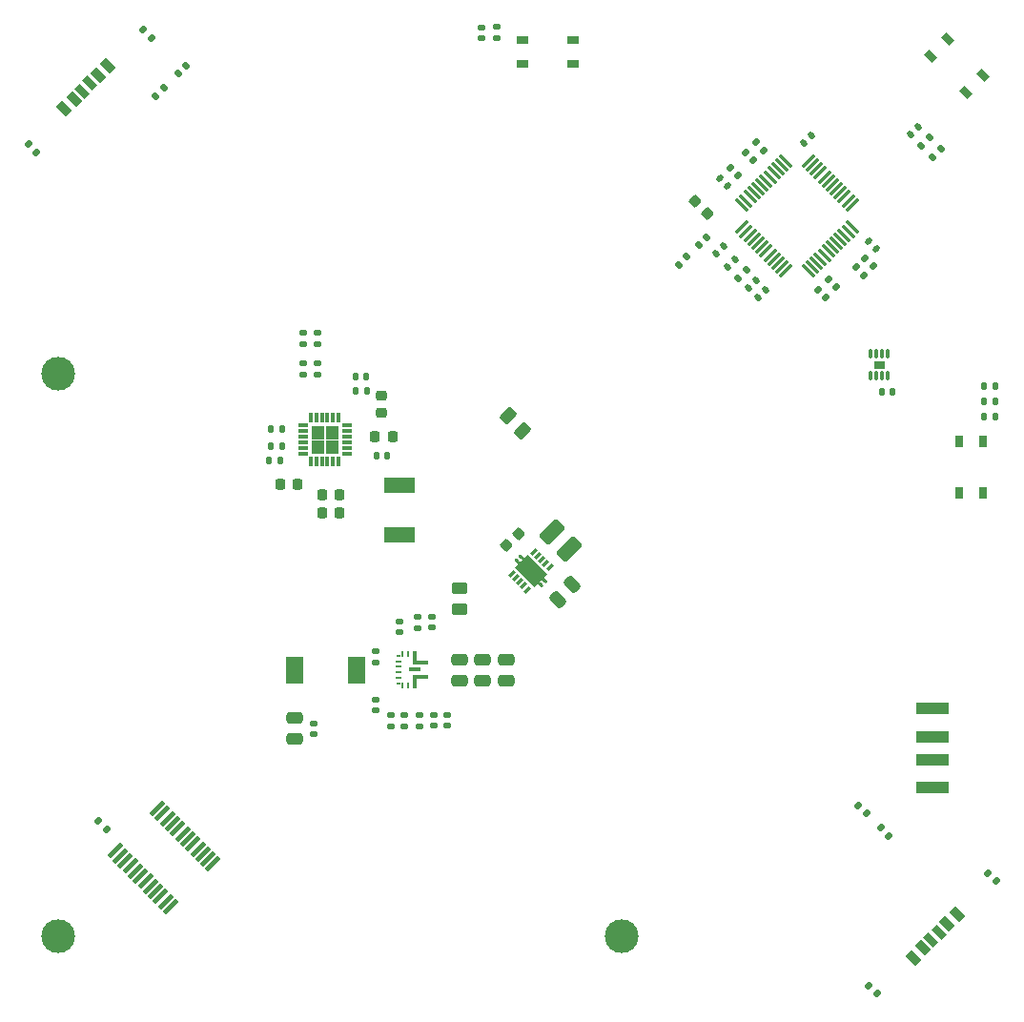
<source format=gbr>
%TF.GenerationSoftware,KiCad,Pcbnew,7.0.10*%
%TF.CreationDate,2025-08-26T16:00:25+02:00*%
%TF.ProjectId,BQ2xxxx,42513278-7878-4782-9e6b-696361645f70,rev?*%
%TF.SameCoordinates,Original*%
%TF.FileFunction,Paste,Top*%
%TF.FilePolarity,Positive*%
%FSLAX46Y46*%
G04 Gerber Fmt 4.6, Leading zero omitted, Abs format (unit mm)*
G04 Created by KiCad (PCBNEW 7.0.10) date 2025-08-26 16:00:25*
%MOMM*%
%LPD*%
G01*
G04 APERTURE LIST*
G04 Aperture macros list*
%AMRoundRect*
0 Rectangle with rounded corners*
0 $1 Rounding radius*
0 $2 $3 $4 $5 $6 $7 $8 $9 X,Y pos of 4 corners*
0 Add a 4 corners polygon primitive as box body*
4,1,4,$2,$3,$4,$5,$6,$7,$8,$9,$2,$3,0*
0 Add four circle primitives for the rounded corners*
1,1,$1+$1,$2,$3*
1,1,$1+$1,$4,$5*
1,1,$1+$1,$6,$7*
1,1,$1+$1,$8,$9*
0 Add four rect primitives between the rounded corners*
20,1,$1+$1,$2,$3,$4,$5,0*
20,1,$1+$1,$4,$5,$6,$7,0*
20,1,$1+$1,$6,$7,$8,$9,0*
20,1,$1+$1,$8,$9,$2,$3,0*%
%AMRotRect*
0 Rectangle, with rotation*
0 The origin of the aperture is its center*
0 $1 length*
0 $2 width*
0 $3 Rotation angle, in degrees counterclockwise*
0 Add horizontal line*
21,1,$1,$2,0,0,$3*%
%AMFreePoly0*
4,1,21,-0.125000,1.200000,0.125000,1.200000,0.125000,1.700000,0.375001,1.700000,0.375000,1.200000,0.825000,1.200000,0.825000,-1.200000,0.375000,-1.200000,0.375001,-1.700000,0.125000,-1.700000,0.125000,-1.200000,-0.125000,-1.200000,-0.125000,-1.700000,-0.375001,-1.700000,-0.375000,-1.200000,-0.825000,-1.200000,-0.825000,1.200000,-0.375000,1.200000,-0.375001,1.700000,-0.125000,1.700000,
-0.125000,1.200000,-0.125000,1.200000,$1*%
G04 Aperture macros list end*
%ADD10C,0.010000*%
%ADD11RoundRect,0.135000X-0.035355X0.226274X-0.226274X0.035355X0.035355X-0.226274X0.226274X-0.035355X0*%
%ADD12RoundRect,0.140000X-0.170000X0.140000X-0.170000X-0.140000X0.170000X-0.140000X0.170000X0.140000X0*%
%ADD13RoundRect,0.135000X0.135000X0.185000X-0.135000X0.185000X-0.135000X-0.185000X0.135000X-0.185000X0*%
%ADD14R,2.794000X1.320800*%
%ADD15RoundRect,0.135000X-0.226274X-0.035355X-0.035355X-0.226274X0.226274X0.035355X0.035355X0.226274X0*%
%ADD16RoundRect,0.140000X-0.219203X-0.021213X-0.021213X-0.219203X0.219203X0.021213X0.021213X0.219203X0*%
%ADD17RoundRect,0.135000X0.185000X-0.135000X0.185000X0.135000X-0.185000X0.135000X-0.185000X-0.135000X0*%
%ADD18RoundRect,0.250000X-0.475000X0.250000X-0.475000X-0.250000X0.475000X-0.250000X0.475000X0.250000X0*%
%ADD19C,3.000000*%
%ADD20RoundRect,0.140000X-0.021213X0.219203X-0.219203X0.021213X0.021213X-0.219203X0.219203X-0.021213X0*%
%ADD21RotRect,1.600000X0.410000X225.000000*%
%ADD22RoundRect,0.147500X0.172500X-0.147500X0.172500X0.147500X-0.172500X0.147500X-0.172500X-0.147500X0*%
%ADD23RoundRect,0.075000X-0.415425X-0.521491X0.521491X0.415425X0.415425X0.521491X-0.521491X-0.415425X0*%
%ADD24RoundRect,0.075000X0.415425X-0.521491X0.521491X-0.415425X-0.415425X0.521491X-0.521491X0.415425X0*%
%ADD25RoundRect,0.135000X0.226274X0.035355X0.035355X0.226274X-0.226274X-0.035355X-0.035355X-0.226274X0*%
%ADD26RoundRect,0.140000X0.021213X-0.219203X0.219203X-0.021213X-0.021213X0.219203X-0.219203X0.021213X0*%
%ADD27RoundRect,0.140000X-0.140000X-0.170000X0.140000X-0.170000X0.140000X0.170000X-0.140000X0.170000X0*%
%ADD28RoundRect,0.225000X-0.017678X0.335876X-0.335876X0.017678X0.017678X-0.335876X0.335876X-0.017678X0*%
%ADD29RoundRect,0.250000X-0.159099X0.512652X-0.512652X0.159099X0.159099X-0.512652X0.512652X-0.159099X0*%
%ADD30RoundRect,0.032500X-0.097500X0.387500X-0.097500X-0.387500X0.097500X-0.387500X0.097500X0.387500X0*%
%ADD31RoundRect,0.032500X-0.387500X0.097500X-0.387500X-0.097500X0.387500X-0.097500X0.387500X0.097500X0*%
%ADD32RoundRect,0.033750X-0.396250X0.101250X-0.396250X-0.101250X0.396250X-0.101250X0.396250X0.101250X0*%
%ADD33RoundRect,0.140000X0.219203X0.021213X0.021213X0.219203X-0.219203X-0.021213X-0.021213X-0.219203X0*%
%ADD34R,1.500000X2.400000*%
%ADD35RoundRect,0.225000X0.335876X0.017678X0.017678X0.335876X-0.335876X-0.017678X-0.017678X-0.335876X0*%
%ADD36R,0.700000X1.000000*%
%ADD37RoundRect,0.147500X-0.226274X-0.017678X-0.017678X-0.226274X0.226274X0.017678X0.017678X0.226274X0*%
%ADD38R,2.880000X1.120000*%
%ADD39RoundRect,0.225000X-0.225000X-0.250000X0.225000X-0.250000X0.225000X0.250000X-0.225000X0.250000X0*%
%ADD40RoundRect,0.250000X-0.450000X0.262500X-0.450000X-0.262500X0.450000X-0.262500X0.450000X0.262500X0*%
%ADD41RoundRect,0.250000X0.475000X-0.250000X0.475000X0.250000X-0.475000X0.250000X-0.475000X-0.250000X0*%
%ADD42RoundRect,0.140000X0.170000X-0.140000X0.170000X0.140000X-0.170000X0.140000X-0.170000X-0.140000X0*%
%ADD43RoundRect,0.033750X0.101250X-0.346250X0.101250X0.346250X-0.101250X0.346250X-0.101250X-0.346250X0*%
%ADD44RotRect,0.700000X1.000000X225.000000*%
%ADD45RotRect,0.700000X1.200000X225.000000*%
%ADD46RotRect,0.760000X1.200000X225.000000*%
%ADD47RotRect,0.800000X1.200000X225.000000*%
%ADD48RoundRect,0.147500X-0.017678X0.226274X-0.226274X0.017678X0.017678X-0.226274X0.226274X-0.017678X0*%
%ADD49RoundRect,0.225000X0.250000X-0.225000X0.250000X0.225000X-0.250000X0.225000X-0.250000X-0.225000X0*%
%ADD50RoundRect,0.135000X-0.185000X0.135000X-0.185000X-0.135000X0.185000X-0.135000X0.185000X0.135000X0*%
%ADD51R,1.000000X0.700000*%
%ADD52RoundRect,0.135000X0.035355X-0.226274X0.226274X-0.035355X-0.035355X0.226274X-0.226274X0.035355X0*%
%ADD53RoundRect,0.225000X0.225000X0.250000X-0.225000X0.250000X-0.225000X-0.250000X0.225000X-0.250000X0*%
%ADD54RoundRect,0.025000X-0.031820X0.173241X-0.173241X0.031820X0.031820X-0.173241X0.173241X-0.031820X0*%
%ADD55RoundRect,0.106000X0.155563X0.755190X-0.755190X-0.155563X-0.155563X-0.755190X0.755190X0.155563X0*%
%ADD56RotRect,0.600000X0.240000X225.000000*%
%ADD57FreePoly0,225.000000*%
%ADD58RoundRect,0.140000X0.140000X0.170000X-0.140000X0.170000X-0.140000X-0.170000X0.140000X-0.170000X0*%
%ADD59RoundRect,0.250000X-0.503814X-0.132583X-0.132583X-0.503814X0.503814X0.132583X0.132583X0.503814X0*%
%ADD60RotRect,0.700000X1.200000X45.000000*%
%ADD61RotRect,0.760000X1.200000X45.000000*%
%ADD62RotRect,0.800000X1.200000X45.000000*%
%ADD63RoundRect,0.250000X0.866206X0.335876X0.335876X0.866206X-0.866206X-0.335876X-0.335876X-0.866206X0*%
%ADD64R,0.250000X0.575000*%
%ADD65R,0.250000X0.550000*%
%ADD66R,0.400000X1.250000*%
%ADD67R,1.000000X0.400000*%
%ADD68R,0.550000X0.250000*%
%ADD69R,0.450000X0.225000*%
%ADD70R,1.050000X0.400000*%
G04 APERTURE END LIST*
%TO.C,U2*%
D10*
X49630000Y-58355001D02*
X48550000Y-58355001D01*
X48550000Y-57275001D01*
X49630000Y-57275001D01*
X49630000Y-58355001D01*
G36*
X49630000Y-58355001D02*
G01*
X48550000Y-58355001D01*
X48550000Y-57275001D01*
X49630000Y-57275001D01*
X49630000Y-58355001D01*
G37*
X48350000Y-58355001D02*
X47270000Y-58355001D01*
X47270000Y-57275001D01*
X48350000Y-57275001D01*
X48350000Y-58355001D01*
G36*
X48350000Y-58355001D02*
G01*
X47270000Y-58355001D01*
X47270000Y-57275001D01*
X48350000Y-57275001D01*
X48350000Y-58355001D01*
G37*
X49630000Y-59635001D02*
X48550000Y-59635001D01*
X48550000Y-58555001D01*
X49630000Y-58555001D01*
X49630000Y-59635001D01*
G36*
X49630000Y-59635001D02*
G01*
X48550000Y-59635001D01*
X48550000Y-58555001D01*
X49630000Y-58555001D01*
X49630000Y-59635001D01*
G37*
X48350000Y-59635001D02*
X47270000Y-59635001D01*
X47270000Y-58555001D01*
X48350000Y-58555001D01*
X48350000Y-59635001D01*
G36*
X48350000Y-59635001D02*
G01*
X47270000Y-59635001D01*
X47270000Y-58555001D01*
X48350000Y-58555001D01*
X48350000Y-59635001D01*
G37*
%TO.C,U1*%
X98110000Y-52080000D02*
X97290000Y-52080000D01*
X97290000Y-51520000D01*
X98110000Y-51520000D01*
X98110000Y-52080000D01*
G36*
X98110000Y-52080000D02*
G01*
X97290000Y-52080000D01*
X97290000Y-51520000D01*
X98110000Y-51520000D01*
X98110000Y-52080000D01*
G37*
%TD*%
D11*
%TO.C,R10*%
X103160624Y-32639378D03*
X102439376Y-33360626D03*
%TD*%
D12*
%TO.C,C26*%
X59300000Y-82889999D03*
X59300000Y-83849999D03*
%TD*%
D13*
%TO.C,R22*%
X108010000Y-55100000D03*
X106990000Y-55100000D03*
%TD*%
D14*
%TO.C,L3*%
X55105000Y-66914801D03*
X55105000Y-62495201D03*
%TD*%
D13*
%TO.C,R16*%
X44510000Y-60305000D03*
X43490000Y-60305000D03*
%TD*%
D15*
%TO.C,R3*%
X107339376Y-96939376D03*
X108060624Y-97660624D03*
%TD*%
D16*
%TO.C,C7*%
X96760589Y-40860589D03*
X97439411Y-41539411D03*
%TD*%
D17*
%TO.C,R29*%
X56700000Y-75210000D03*
X56700000Y-74190000D03*
%TD*%
D18*
%TO.C,C28*%
X62500000Y-77990000D03*
X62500000Y-79890000D03*
%TD*%
D19*
%TO.C,FID1*%
X24800000Y-102600000D03*
%TD*%
D15*
%TO.C,R4*%
X96751524Y-106933862D03*
X97472772Y-107655110D03*
%TD*%
D20*
%TO.C,C12*%
X86767971Y-44289152D03*
X86089149Y-44967974D03*
%TD*%
D21*
%TO.C,U6*%
X38533748Y-96166115D03*
X38084735Y-95717102D03*
X37635722Y-95268089D03*
X37186710Y-94819076D03*
X36737697Y-94370064D03*
X36288684Y-93921051D03*
X35839671Y-93472038D03*
X35390658Y-93023025D03*
X34941646Y-92574012D03*
X34492633Y-92125000D03*
X34043620Y-91675987D03*
X33594607Y-91226974D03*
X29840860Y-94980721D03*
X30289873Y-95429734D03*
X30738886Y-95878747D03*
X31187898Y-96327760D03*
X31636911Y-96776772D03*
X32085924Y-97225785D03*
X32534937Y-97674798D03*
X32983950Y-98123811D03*
X33432962Y-98572824D03*
X33881975Y-99021836D03*
X34330988Y-99470849D03*
X34780001Y-99919862D03*
%TD*%
D18*
%TO.C,C29*%
X64600000Y-77989999D03*
X64600000Y-79889999D03*
%TD*%
D22*
%TO.C,D3*%
X47805000Y-52675001D03*
X47805000Y-51705001D03*
%TD*%
D17*
%TO.C,R24*%
X54290000Y-83900000D03*
X54290000Y-82880000D03*
%TD*%
D23*
%TO.C,U5*%
X85512124Y-39598788D03*
X85865678Y-39952342D03*
X86219231Y-40305895D03*
X86572785Y-40659449D03*
X86926338Y-41013002D03*
X87279891Y-41366555D03*
X87633445Y-41720109D03*
X87986998Y-42073662D03*
X88340551Y-42427215D03*
X88694105Y-42780769D03*
X89047658Y-43134322D03*
X89401212Y-43487876D03*
D24*
X91398788Y-43487876D03*
X91752342Y-43134322D03*
X92105895Y-42780769D03*
X92459449Y-42427215D03*
X92813002Y-42073662D03*
X93166555Y-41720109D03*
X93520109Y-41366555D03*
X93873662Y-41013002D03*
X94227215Y-40659449D03*
X94580769Y-40305895D03*
X94934322Y-39952342D03*
X95287876Y-39598788D03*
D23*
X95287876Y-37601212D03*
X94934322Y-37247658D03*
X94580769Y-36894105D03*
X94227215Y-36540551D03*
X93873662Y-36186998D03*
X93520109Y-35833445D03*
X93166555Y-35479891D03*
X92813002Y-35126338D03*
X92459449Y-34772785D03*
X92105895Y-34419231D03*
X91752342Y-34065678D03*
X91398788Y-33712124D03*
D24*
X89401212Y-33712124D03*
X89047658Y-34065678D03*
X88694105Y-34419231D03*
X88340551Y-34772785D03*
X87986998Y-35126338D03*
X87633445Y-35479891D03*
X87279891Y-35833445D03*
X86926338Y-36186998D03*
X86572785Y-36540551D03*
X86219231Y-36894105D03*
X85865678Y-37247658D03*
X85512124Y-37601212D03*
%TD*%
D25*
%TO.C,R13*%
X92960624Y-45860624D03*
X92239376Y-45139376D03*
%TD*%
D26*
%TO.C,C8*%
X90999999Y-32139411D03*
X91678821Y-31460589D03*
%TD*%
D19*
%TO.C,FID3*%
X24800000Y-52600000D03*
%TD*%
D27*
%TO.C,C1*%
X97920000Y-54200000D03*
X98880000Y-54200000D03*
%TD*%
D28*
%TO.C,C3*%
X65663013Y-66789181D03*
X64566997Y-67885197D03*
%TD*%
D27*
%TO.C,C17*%
X53025000Y-59905001D03*
X53985000Y-59905001D03*
%TD*%
D29*
%TO.C,C4*%
X70453663Y-71332341D03*
X69110161Y-72675843D03*
%TD*%
D30*
%TO.C,U2*%
X49700000Y-56510001D03*
X49200000Y-56510001D03*
X48700000Y-56510001D03*
X48200000Y-56510001D03*
X47700000Y-56510001D03*
X47200000Y-56510001D03*
D31*
X46505000Y-57205001D03*
X46505000Y-57705001D03*
X46505000Y-58205001D03*
X46505000Y-58705001D03*
X46505000Y-59205001D03*
X46505000Y-59705001D03*
D30*
X47200000Y-60400001D03*
X47700000Y-60400001D03*
X48200000Y-60400001D03*
X48700000Y-60400001D03*
X49200000Y-60400001D03*
X49700000Y-60400001D03*
D32*
X50395000Y-59705001D03*
X50395000Y-59205001D03*
X50395000Y-58705001D03*
X50395000Y-58205001D03*
X50395000Y-57705001D03*
X50395000Y-57205001D03*
%TD*%
D33*
%TO.C,C9*%
X84239411Y-35926130D03*
X83560589Y-35247308D03*
%TD*%
D27*
%TO.C,C16*%
X51225001Y-54105001D03*
X52185001Y-54105001D03*
%TD*%
D13*
%TO.C,R6*%
X44715000Y-57505000D03*
X43695000Y-57505000D03*
%TD*%
D34*
%TO.C,L2*%
X51300001Y-78900000D03*
X45800001Y-78900000D03*
%TD*%
D35*
%TO.C,C10*%
X82448008Y-38348008D03*
X81351992Y-37251992D03*
%TD*%
D36*
%TO.C,S4*%
X104750000Y-63150000D03*
X104750000Y-58650000D03*
X106900000Y-63150000D03*
X106900000Y-58650000D03*
%TD*%
D37*
%TO.C,D2*%
X95857052Y-90957052D03*
X96542946Y-91642946D03*
%TD*%
D38*
%TO.C,J7*%
X102417500Y-89365250D03*
X102417500Y-86865250D03*
X102417500Y-84865250D03*
X102417500Y-82365250D03*
%TD*%
D15*
%TO.C,R18*%
X85820351Y-32958401D03*
X86541599Y-33679649D03*
%TD*%
D39*
%TO.C,C21*%
X48212500Y-64955001D03*
X49762500Y-64955001D03*
%TD*%
D17*
%TO.C,R12*%
X63755000Y-22840000D03*
X63755000Y-21820000D03*
%TD*%
D11*
%TO.C,R26*%
X80592857Y-42207143D03*
X79871609Y-42928391D03*
%TD*%
D40*
%TO.C,JP1*%
X60400000Y-71687500D03*
X60400000Y-73512500D03*
%TD*%
D22*
%TO.C,D4*%
X46505000Y-52675001D03*
X46505000Y-51705001D03*
%TD*%
D41*
%TO.C,C22*%
X45800001Y-85070000D03*
X45800001Y-83170000D03*
%TD*%
D42*
%TO.C,C31*%
X55100000Y-75560000D03*
X55100000Y-74600000D03*
%TD*%
D15*
%TO.C,R8*%
X28339376Y-92339376D03*
X29060624Y-93060624D03*
%TD*%
D11*
%TO.C,R7*%
X102167139Y-31645893D03*
X101445891Y-32367141D03*
%TD*%
D43*
%TO.C,U1*%
X96950000Y-52785000D03*
X97450000Y-52785000D03*
X97950000Y-52785000D03*
X98450000Y-52785000D03*
X98450000Y-50815000D03*
X97950000Y-50815000D03*
X97450000Y-50815000D03*
X96950000Y-50815000D03*
%TD*%
D42*
%TO.C,C24*%
X53000000Y-82480000D03*
X53000000Y-81520000D03*
%TD*%
D15*
%TO.C,R2*%
X22144890Y-32227226D03*
X22866138Y-32948474D03*
%TD*%
D39*
%TO.C,C19*%
X52930000Y-58205001D03*
X54480000Y-58205001D03*
%TD*%
D44*
%TO.C,S3*%
X105400000Y-27600000D03*
X102218020Y-24418020D03*
X106920280Y-26079720D03*
X103738300Y-22897740D03*
%TD*%
D25*
%TO.C,R28*%
X97160624Y-43060624D03*
X96439376Y-42339376D03*
%TD*%
D12*
%TO.C,C30*%
X53000001Y-77279999D03*
X53000001Y-78239999D03*
%TD*%
D45*
%TO.C,J4*%
X27617896Y-26810789D03*
D46*
X26189540Y-28239145D03*
D47*
X25319799Y-29108886D03*
D45*
X26910789Y-27517896D03*
D46*
X28339145Y-26089540D03*
D47*
X29208886Y-25219799D03*
%TD*%
D48*
%TO.C,D1*%
X36142947Y-25257053D03*
X35457053Y-25942947D03*
%TD*%
D49*
%TO.C,C18*%
X53505000Y-56080000D03*
X53505000Y-54530000D03*
%TD*%
D20*
%TO.C,C2*%
X101173655Y-30666551D03*
X100494833Y-31345373D03*
%TD*%
D50*
%TO.C,R23*%
X56900000Y-82880000D03*
X56900000Y-83900000D03*
%TD*%
D13*
%TO.C,R17*%
X44705000Y-59005001D03*
X43685000Y-59005001D03*
%TD*%
D15*
%TO.C,R27*%
X95639376Y-43139376D03*
X96360624Y-43860624D03*
%TD*%
D51*
%TO.C,S2*%
X66000000Y-22950000D03*
X70500000Y-22950000D03*
X66000000Y-25100000D03*
X70500000Y-25100000D03*
%TD*%
D50*
%TO.C,R25*%
X55500000Y-82880000D03*
X55500000Y-83900000D03*
%TD*%
D52*
%TO.C,R14*%
X33439376Y-27960624D03*
X34160624Y-27239376D03*
%TD*%
D25*
%TO.C,R5*%
X93879863Y-44941382D03*
X93158615Y-44220134D03*
%TD*%
D53*
%TO.C,C15*%
X46062500Y-62455000D03*
X44512500Y-62455000D03*
%TD*%
D54*
%TO.C,U7*%
X68000000Y-71000000D03*
X65836253Y-68836253D03*
D55*
X67186827Y-70540380D03*
X66295873Y-69649426D03*
D54*
X67646447Y-71353553D03*
X65482700Y-69189806D03*
D56*
X68438406Y-69812060D03*
X68084853Y-69458507D03*
X67731299Y-69104954D03*
X67377746Y-68751400D03*
X67024193Y-68397847D03*
X65044294Y-70377746D03*
X65397847Y-70731299D03*
X65751401Y-71084852D03*
X66104954Y-71438406D03*
X66458507Y-71791959D03*
D57*
X66741350Y-70094903D03*
%TD*%
D12*
%TO.C,C23*%
X47500000Y-83640000D03*
X47500000Y-84600000D03*
%TD*%
D15*
%TO.C,R9*%
X84437186Y-34299999D03*
X85158434Y-35021247D03*
%TD*%
D58*
%TO.C,C5*%
X107980000Y-53705000D03*
X107020000Y-53705000D03*
%TD*%
%TO.C,C32*%
X52160000Y-52900002D03*
X51200000Y-52900002D03*
%TD*%
D17*
%TO.C,R20*%
X46504999Y-49984628D03*
X46504999Y-48964628D03*
%TD*%
D26*
%TO.C,C13*%
X84235598Y-43107382D03*
X84914420Y-42428560D03*
%TD*%
D12*
%TO.C,C25*%
X58100000Y-82890000D03*
X58100000Y-83850000D03*
%TD*%
D59*
%TO.C,TH1*%
X64754765Y-56354765D03*
X66045235Y-57645235D03*
%TD*%
D15*
%TO.C,R21*%
X86739376Y-32039376D03*
X87460624Y-32760624D03*
%TD*%
D60*
%TO.C,J1*%
X102282104Y-102889211D03*
D61*
X103710460Y-101460855D03*
D62*
X104580201Y-100591114D03*
D60*
X102989211Y-102182104D03*
D61*
X101560855Y-103610460D03*
D62*
X100691114Y-104480201D03*
%TD*%
D15*
%TO.C,R1*%
X32327228Y-22044889D03*
X33048476Y-22766137D03*
%TD*%
D20*
%TO.C,C11*%
X87639411Y-45160589D03*
X86960589Y-45839411D03*
%TD*%
D17*
%TO.C,R19*%
X47805000Y-49984628D03*
X47805000Y-48964628D03*
%TD*%
D13*
%TO.C,R11*%
X108010000Y-56400000D03*
X106990000Y-56400000D03*
%TD*%
D63*
%TO.C,L1*%
X70188496Y-68168039D03*
X68668216Y-66647759D03*
%TD*%
D25*
%TO.C,R15*%
X98560624Y-93660624D03*
X97839376Y-92939376D03*
%TD*%
D11*
%TO.C,FB1*%
X85896532Y-43403571D03*
X85175284Y-44124819D03*
%TD*%
D64*
%TO.C,IC2*%
X55350000Y-80302999D03*
D65*
X55850000Y-80314999D03*
D66*
X56425000Y-79964999D03*
D67*
X56475000Y-78889999D03*
D66*
X56425000Y-77814999D03*
D65*
X55850000Y-77464999D03*
D64*
X55350000Y-77476999D03*
D68*
X55050000Y-78139999D03*
X55050000Y-78639999D03*
X55050000Y-79139999D03*
X55050000Y-79639999D03*
D69*
X55000000Y-80126999D03*
D70*
X57150000Y-79539999D03*
X57150000Y-78239999D03*
D69*
X55000000Y-77652999D03*
%TD*%
D48*
%TO.C,D5*%
X82342948Y-40457052D03*
X81657054Y-41142946D03*
%TD*%
D42*
%TO.C,C33*%
X58000000Y-75160000D03*
X58000000Y-74200000D03*
%TD*%
D12*
%TO.C,C14*%
X62340000Y-21830000D03*
X62340000Y-22790000D03*
%TD*%
D20*
%TO.C,C6*%
X83839411Y-41260588D03*
X83160589Y-41939410D03*
%TD*%
D18*
%TO.C,C27*%
X60400001Y-77990000D03*
X60400001Y-79890000D03*
%TD*%
D19*
%TO.C,FID2*%
X74800000Y-102600000D03*
%TD*%
D39*
%TO.C,C20*%
X48212500Y-63355000D03*
X49762500Y-63355000D03*
%TD*%
M02*

</source>
